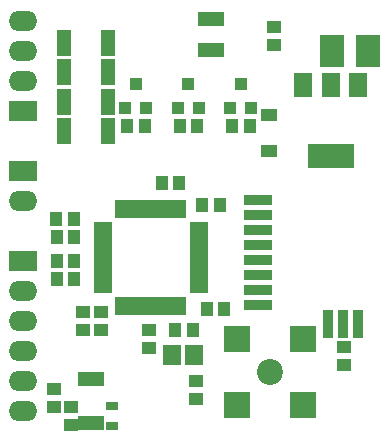
<source format=gbs>
G04 (created by PCBNEW (2013-mar-30)-stable) date Wed 05 Jun 2013 10:13:46 PM CEST*
%MOIN*%
G04 Gerber Fmt 3.4, Leading zero omitted, Abs format*
%FSLAX34Y34*%
G01*
G70*
G90*
G04 APERTURE LIST*
%ADD10C,0.006*%
%ADD11R,0.043874X0.043874*%
%ADD12R,0.059074X0.078774*%
%ADD13R,0.157474X0.078774*%
%ADD14R,0.043274X0.047274*%
%ADD15R,0.047274X0.043274*%
%ADD16R,0.059074X0.019674*%
%ADD17R,0.019674X0.059074*%
%ADD18R,0.0944882X0.0354331*%
%ADD19R,0.0354331X0.0944882*%
%ADD20C,0.0866142*%
%ADD21R,0.0866142X0.0866142*%
%ADD22R,0.059074X0.066874*%
%ADD23R,0.094474X0.067874*%
%ADD24O,0.094474X0.067874*%
%ADD25R,0.0551181X0.0413386*%
%ADD26R,0.0866142X0.0511811*%
%ADD27R,0.047274X0.086574*%
%ADD28R,0.039374X0.031474*%
%ADD29R,0.084674X0.106274*%
%ADD30R,0.086574X0.047274*%
G04 APERTURE END LIST*
G54D10*
G54D11*
X21900Y-22400D03*
X22600Y-22400D03*
X22250Y-21600D03*
X23650Y-22400D03*
X24350Y-22400D03*
X24000Y-21600D03*
X25400Y-22400D03*
X26100Y-22400D03*
X25750Y-21600D03*
G54D12*
X27834Y-21653D03*
X28740Y-21653D03*
X29646Y-21653D03*
G54D13*
X28740Y-24015D03*
G54D14*
X23104Y-24900D03*
X23696Y-24900D03*
G54D15*
X22700Y-30396D03*
X22700Y-29804D03*
G54D14*
X19604Y-28100D03*
X20196Y-28100D03*
X26046Y-23000D03*
X25454Y-23000D03*
X24296Y-23000D03*
X23704Y-23000D03*
X22546Y-23000D03*
X21954Y-23000D03*
G54D16*
X21136Y-27892D03*
X21136Y-27695D03*
X21136Y-27498D03*
X21136Y-27302D03*
X21136Y-27105D03*
X21136Y-28483D03*
X21136Y-28286D03*
X21136Y-28089D03*
G54D17*
X21667Y-25786D03*
X21864Y-25786D03*
X22061Y-25786D03*
X22258Y-25786D03*
X22455Y-25786D03*
X22652Y-25786D03*
X22848Y-25786D03*
X23045Y-25786D03*
G54D16*
X24364Y-26317D03*
X24364Y-26514D03*
X24364Y-26711D03*
X24364Y-26908D03*
X24364Y-27105D03*
X24364Y-27302D03*
X24364Y-27498D03*
X24364Y-27695D03*
G54D17*
X23833Y-29014D03*
X23636Y-29014D03*
X23439Y-29014D03*
X23242Y-29014D03*
X23045Y-29014D03*
X22848Y-29014D03*
X22652Y-29014D03*
X22455Y-29014D03*
G54D16*
X21136Y-26908D03*
X21136Y-26711D03*
X21136Y-26514D03*
X21136Y-26317D03*
G54D17*
X23242Y-25786D03*
X23439Y-25786D03*
X23636Y-25786D03*
X23833Y-25786D03*
G54D16*
X24364Y-27892D03*
X24364Y-28089D03*
X24364Y-28286D03*
X24364Y-28483D03*
G54D17*
X22258Y-29014D03*
X22061Y-29014D03*
X21864Y-29014D03*
X21667Y-29014D03*
G54D14*
X19604Y-27500D03*
X20196Y-27500D03*
G54D15*
X21100Y-29204D03*
X21100Y-29796D03*
G54D14*
X20196Y-26700D03*
X19604Y-26700D03*
G54D15*
X20500Y-29204D03*
X20500Y-29796D03*
G54D14*
X24454Y-25650D03*
X25046Y-25650D03*
X24604Y-29100D03*
X25196Y-29100D03*
X24154Y-29803D03*
X23562Y-29803D03*
G54D15*
X26850Y-19704D03*
X26850Y-20296D03*
G54D18*
X26314Y-28976D03*
X26314Y-28476D03*
X26314Y-27976D03*
X26314Y-27476D03*
X26314Y-26976D03*
X26314Y-26476D03*
X26314Y-25976D03*
X26314Y-25476D03*
G54D19*
X29657Y-29606D03*
X29157Y-29606D03*
X28657Y-29606D03*
G54D20*
X26732Y-31220D03*
G54D21*
X25629Y-32322D03*
X27834Y-32322D03*
X27834Y-30118D03*
X25629Y-30118D03*
G54D22*
X24193Y-30629D03*
X23443Y-30629D03*
G54D15*
X24251Y-31515D03*
X24251Y-32107D03*
X29173Y-30373D03*
X29173Y-30965D03*
X19527Y-32382D03*
X19527Y-31790D03*
G54D14*
X19585Y-26102D03*
X20177Y-26102D03*
G54D23*
X18500Y-24500D03*
G54D24*
X18500Y-25500D03*
G54D23*
X18500Y-22500D03*
G54D24*
X18500Y-21500D03*
X18500Y-20500D03*
X18500Y-19500D03*
G54D23*
X18500Y-27500D03*
G54D24*
X18500Y-28500D03*
X18500Y-29500D03*
X18500Y-30500D03*
X18500Y-31500D03*
X18500Y-32500D03*
G54D25*
X26692Y-22627D03*
X26692Y-23828D03*
G54D26*
X24763Y-20472D03*
X24763Y-19448D03*
G54D27*
X21318Y-20236D03*
X19862Y-20236D03*
X21318Y-23188D03*
X19862Y-23188D03*
X21318Y-22204D03*
X19862Y-22204D03*
G54D28*
X21456Y-32342D03*
X21456Y-33012D03*
G54D15*
X20078Y-32973D03*
X20078Y-32381D03*
G54D27*
X21318Y-21220D03*
X19862Y-21220D03*
G54D29*
X30000Y-20500D03*
X28800Y-20500D03*
G54D30*
X20767Y-32913D03*
X20767Y-31457D03*
M02*

</source>
